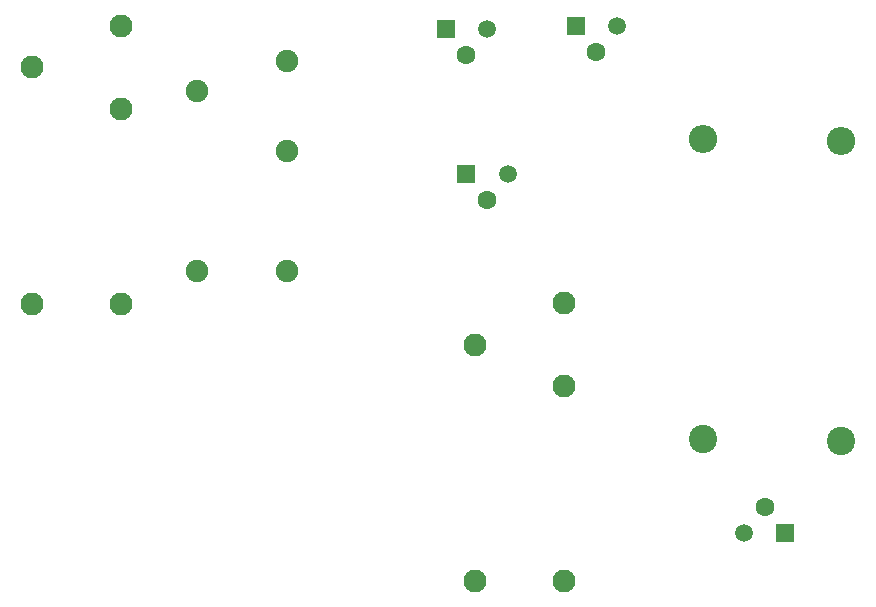
<source format=gbr>
%TF.GenerationSoftware,KiCad,Pcbnew,(6.0.2)*%
%TF.CreationDate,2022-07-14T16:33:34+09:00*%
%TF.ProjectId,Junction,4a756e63-7469-46f6-9e2e-6b696361645f,rev?*%
%TF.SameCoordinates,Original*%
%TF.FileFunction,Soldermask,Bot*%
%TF.FilePolarity,Negative*%
%FSLAX46Y46*%
G04 Gerber Fmt 4.6, Leading zero omitted, Abs format (unit mm)*
G04 Created by KiCad (PCBNEW (6.0.2)) date 2022-07-14 16:33:34*
%MOMM*%
%LPD*%
G01*
G04 APERTURE LIST*
%ADD10C,2.400000*%
%ADD11O,2.400000X2.400000*%
%ADD12C,1.600000*%
%ADD13R,1.520000X1.520000*%
%ADD14C,1.520000*%
%ADD15C,1.905000*%
%ADD16C,1.950000*%
G04 APERTURE END LIST*
D10*
%TO.C,TSMP-*%
X205500000Y-103950000D03*
D11*
X205500000Y-78550000D03*
%TD*%
D12*
%TO.C,J5*%
X199000004Y-109515001D03*
D13*
X200750000Y-111745001D03*
D14*
X197249999Y-111745001D03*
%TD*%
D12*
%TO.C,J4*%
X184749996Y-70985000D03*
D13*
X183000000Y-68755000D03*
D14*
X186500001Y-68755000D03*
%TD*%
D10*
%TO.C,TSMP+*%
X193750000Y-103750000D03*
D11*
X193750000Y-78350000D03*
%TD*%
D15*
%TO.C,U6*%
X158562250Y-89511300D03*
X158562250Y-79351300D03*
X158562250Y-71731300D03*
X150942250Y-74271300D03*
X150942250Y-89511300D03*
%TD*%
D12*
%TO.C,J2*%
X173749996Y-71230000D03*
D13*
X172000000Y-69000000D03*
D14*
X175500001Y-69000000D03*
%TD*%
D16*
%TO.C,RELAY_DISCHARGE1*%
X182000000Y-115775000D03*
X182000000Y-99275000D03*
X182000000Y-92275000D03*
X174500000Y-95775000D03*
X174500000Y-115775000D03*
%TD*%
D12*
%TO.C,J3*%
X175499996Y-83505001D03*
D13*
X173750000Y-81275001D03*
D14*
X177250001Y-81275001D03*
%TD*%
D16*
%TO.C,Fan Relay*%
X144496000Y-92284000D03*
X144496000Y-75784000D03*
X144496000Y-68784000D03*
X136996000Y-72284000D03*
X136996000Y-92284000D03*
%TD*%
M02*

</source>
